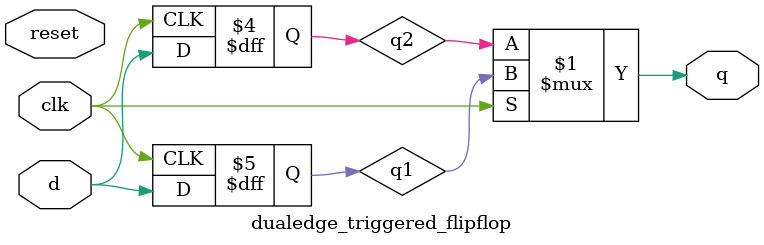
<source format=v>
`timescale 1ns / 1ps

module dualedge_triggered_flipflop(
    input clk, reset, d,
    output q
    );
  
    reg q1, q2;
    
    assign q = clk ? q1 : q2;
    
    always@ (posedge clk)
        begin
            if(reset) q1<= 1'b0;
            q1 <= d;
        end
    
    always@ (negedge clk)
        begin
            if(reset) q2<= 1'b0;
            q2 <= d; 
        end

endmodule

</source>
